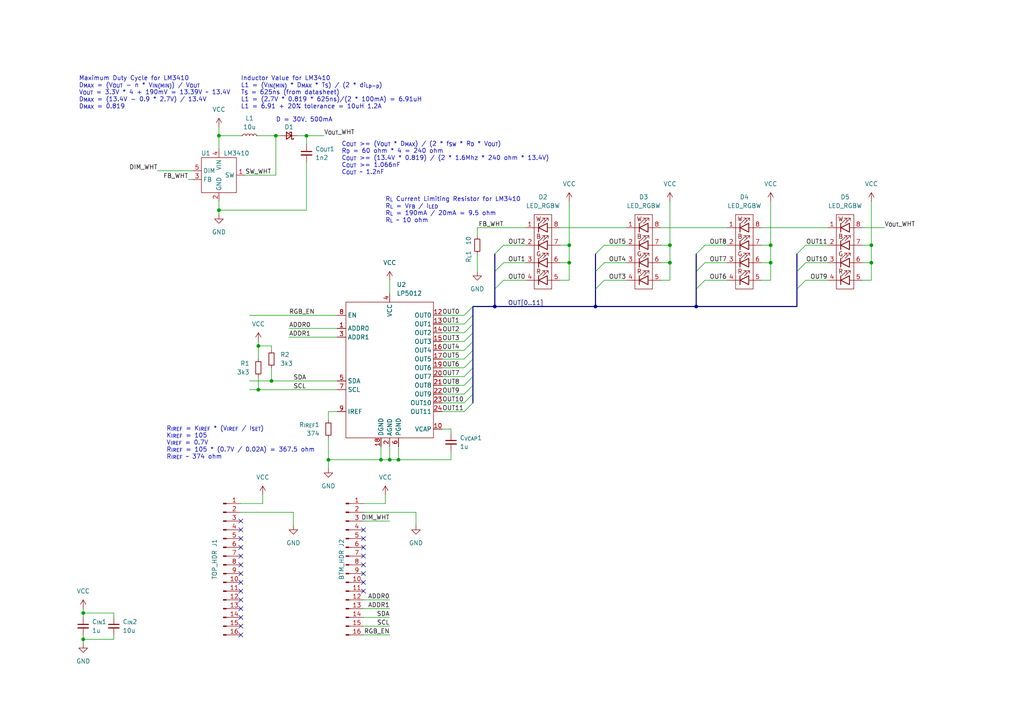
<source format=kicad_sch>
(kicad_sch (version 20211123) (generator eeschema)
  (paper "A4")
  (title_block (title "Sunrise Clock") (date "2023-01-04") (rev "0") (company "Microcode"))
  (lib_symbols
    (symbol "Conn_01x16_Male_1" (pin_names (offset 1.016) hide)
      (property "Reference" "J1" (at -2.54 6.35 90))
      (property "Value" "Conn_01x16_Male_1" (at -2.54 0 90))
      (symbol "Conn_01x16_Male_1_1_1"
        (polyline (pts (xy 1.27 -20.32) (xy 0.8636 -20.32)) (stroke (width 0.1524)))
        (polyline (pts (xy 1.27 -17.78) (xy 0.8636 -17.78)) (stroke (width 0.1524)))
        (polyline (pts (xy 1.27 -15.24) (xy 0.8636 -15.24)) (stroke (width 0.1524)))
        (polyline (pts (xy 1.27 -12.7) (xy 0.8636 -12.7)) (stroke (width 0.1524)))
        (polyline (pts (xy 1.27 -10.16) (xy 0.8636 -10.16)) (stroke (width 0.1524)))
        (polyline (pts (xy 1.27 -7.62) (xy 0.8636 -7.62)) (stroke (width 0.1524)))
        (polyline (pts (xy 1.27 -5.08) (xy 0.8636 -5.08)) (stroke (width 0.1524)))
        (polyline (pts (xy 1.27 -2.54) (xy 0.8636 -2.54)) (stroke (width 0.1524)))
        (polyline (pts (xy 1.27 0) (xy 0.8636 0)) (stroke (width 0.1524)))
        (polyline (pts (xy 1.27 2.54) (xy 0.8636 2.54)) (stroke (width 0.1524)))
        (polyline (pts (xy 1.27 5.08) (xy 0.8636 5.08)) (stroke (width 0.1524)))
        (polyline (pts (xy 1.27 7.62) (xy 0.8636 7.62)) (stroke (width 0.1524)))
        (polyline (pts (xy 1.27 10.16) (xy 0.8636 10.16)) (stroke (width 0.1524)))
        (polyline (pts (xy 1.27 12.7) (xy 0.8636 12.7)) (stroke (width 0.1524)))
        (polyline (pts (xy 1.27 15.24) (xy 0.8636 15.24)) (stroke (width 0.1524)))
        (polyline (pts (xy 1.27 17.78) (xy 0.8636 17.78)) (stroke (width 0.1524)))
        (rectangle (start 0.8636 -20.193) (end 0 -20.447) (stroke (width 0.1524)) (fill (type outline)))
        (rectangle (start 0.8636 -17.653) (end 0 -17.907) (stroke (width 0.1524)) (fill (type outline)))
        (rectangle (start 0.8636 -15.113) (end 0 -15.367) (stroke (width 0.1524)) (fill (type outline)))
        (rectangle (start 0.8636 -12.573) (end 0 -12.827) (stroke (width 0.1524)) (fill (type outline)))
        (rectangle (start 0.8636 -10.033) (end 0 -10.287) (stroke (width 0.1524)) (fill (type outline)))
        (rectangle (start 0.8636 -7.493) (end 0 -7.747) (stroke (width 0.1524)) (fill (type outline)))
        (rectangle (start 0.8636 -4.953) (end 0 -5.207) (stroke (width 0.1524)) (fill (type outline)))
        (rectangle (start 0.8636 -2.413) (end 0 -2.667) (stroke (width 0.1524)) (fill (type outline)))
        (rectangle (start 0.8636 0.127) (end 0 -0.127) (stroke (width 0.1524)) (fill (type outline)))
        (rectangle (start 0.8636 2.667) (end 0 2.413) (stroke (width 0.1524)) (fill (type outline)))
        (rectangle (start 0.8636 5.207) (end 0 4.953) (stroke (width 0.1524)) (fill (type outline)))
        (rectangle (start 0.8636 7.747) (end 0 7.493) (stroke (width 0.1524)) (fill (type outline)))
        (rectangle (start 0.8636 10.287) (end 0 10.033) (stroke (width 0.1524)) (fill (type outline)))
        (rectangle (start 0.8636 12.827) (end 0 12.573) (stroke (width 0.1524)) (fill (type outline)))
        (rectangle (start 0.8636 15.367) (end 0 15.113) (stroke (width 0.1524)) (fill (type outline)))
        (rectangle (start 0.8636 17.907) (end 0 17.653) (stroke (width 0.1524)) (fill (type outline)))
        (pin power_out line (at 5.08 17.78 180) (length 3.81) (name "VCC") (number "1"))
        (pin passive line (at 5.08 -5.08 180) (length 3.81) (name "Pin_10") (number "10"))
        (pin passive line (at 5.08 -7.62 180) (length 3.81) (name "Pin_11") (number "11"))
        (pin passive line (at 5.08 -10.16 180) (length 3.81) (name "Pin_12") (number "12"))
        (pin passive line (at 5.08 -12.7 180) (length 3.81) (name "Pin_13") (number "13"))
        (pin passive line (at 5.08 -15.24 180) (length 3.81) (name "Pin_14") (number "14"))
        (pin passive line (at 5.08 -17.78 180) (length 3.81) (name "Pin_15") (number "15"))
        (pin passive line (at 5.08 -20.32 180) (length 3.81) (name "Pin_16") (number "16"))
        (pin power_out line (at 5.08 15.24 180) (length 3.81) (name "GND") (number "2"))
        (pin passive line (at 5.08 12.7 180) (length 3.81) (name "Pin_3") (number "3"))
        (pin passive line (at 5.08 10.16 180) (length 3.81) (name "Pin_4") (number "4"))
        (pin passive line (at 5.08 7.62 180) (length 3.81) (name "Pin_5") (number "5"))
        (pin passive line (at 5.08 5.08 180) (length 3.81) (name "Pin_6") (number "6"))
        (pin passive line (at 5.08 2.54 180) (length 3.81) (name "Pin_7") (number "7"))
        (pin passive line (at 5.08 0 180) (length 3.81) (name "Pin_8") (number "8"))
        (pin passive line (at 5.08 -2.54 180) (length 3.81) (name "Pin_9") (number "9"))
      )
    )
    (symbol "Connector:Conn_01x16_Male" (pin_names (offset 1.016) hide)
      (property "Reference" "J" (at 0 20.32 0))
      (property "Value" "Conn_01x16_Male" (at 0 -22.86 0))
      (symbol "Conn_01x16_Male_1_1"
        (polyline (pts (xy 1.27 -20.32) (xy 0.8636 -20.32)) (stroke (width 0.1524)))
        (polyline (pts (xy 1.27 -17.78) (xy 0.8636 -17.78)) (stroke (width 0.1524)))
        (polyline (pts (xy 1.27 -15.24) (xy 0.8636 -15.24)) (stroke (width 0.1524)))
        (polyline (pts (xy 1.27 -12.7) (xy 0.8636 -12.7)) (stroke (width 0.1524)))
        (polyline (pts (xy 1.27 -10.16) (xy 0.8636 -10.16)) (stroke (width 0.1524)))
        (polyline (pts (xy 1.27 -7.62) (xy 0.8636 -7.62)) (stroke (width 0.1524)))
        (polyline (pts (xy 1.27 -5.08) (xy 0.8636 -5.08)) (stroke (width 0.1524)))
        (polyline (pts (xy 1.27 -2.54) (xy 0.8636 -2.54)) (stroke (width 0.1524)))
        (polyline (pts (xy 1.27 0) (xy 0.8636 0)) (stroke (width 0.1524)))
        (polyline (pts (xy 1.27 2.54) (xy 0.8636 2.54)) (stroke (width 0.1524)))
        (polyline (pts (xy 1.27 5.08) (xy 0.8636 5.08)) (stroke (width 0.1524)))
        (polyline (pts (xy 1.27 7.62) (xy 0.8636 7.62)) (stroke (width 0.1524)))
        (polyline (pts (xy 1.27 10.16) (xy 0.8636 10.16)) (stroke (width 0.1524)))
        (polyline (pts (xy 1.27 12.7) (xy 0.8636 12.7)) (stroke (width 0.1524)))
        (polyline (pts (xy 1.27 15.24) (xy 0.8636 15.24)) (stroke (width 0.1524)))
        (polyline (pts (xy 1.27 17.78) (xy 0.8636 17.78)) (stroke (width 0.1524)))
        (rectangle (start 0.8636 -20.193) (end 0 -20.447) (stroke (width 0.1524)) (fill (type outline)))
        (rectangle (start 0.8636 -17.653) (end 0 -17.907) (stroke (width 0.1524)) (fill (type outline)))
        (rectangle (start 0.8636 -15.113) (end 0 -15.367) (stroke (width 0.1524)) (fill (type outline)))
        (rectangle (start 0.8636 -12.573) (end 0 -12.827) (stroke (width 0.1524)) (fill (type outline)))
        (rectangle (start 0.8636 -10.033) (end 0 -10.287) (stroke (width 0.1524)) (fill (type outline)))
        (rectangle (start 0.8636 -7.493) (end 0 -7.747) (stroke (width 0.1524)) (fill (type outline)))
        (rectangle (start 0.8636 -4.953) (end 0 -5.207) (stroke (width 0.1524)) (fill (type outline)))
        (rectangle (start 0.8636 -2.413) (end 0 -2.667) (stroke (width 0.1524)) (fill (type outline)))
        (rectangle (start 0.8636 0.127) (end 0 -0.127) (stroke (width 0.1524)) (fill (type outline)))
        (rectangle (start 0.8636 2.667) (end 0 2.413) (stroke (width 0.1524)) (fill (type outline)))
        (rectangle (start 0.8636 5.207) (end 0 4.953) (stroke (width 0.1524)) (fill (type outline)))
        (rectangle (start 0.8636 7.747) (end 0 7.493) (stroke (width 0.1524)) (fill (type outline)))
        (rectangle (start 0.8636 10.287) (end 0 10.033) (stroke (width 0.1524)) (fill (type outline)))
        (rectangle (start 0.8636 12.827) (end 0 12.573) (stroke (width 0.1524)) (fill (type outline)))
        (rectangle (start 0.8636 15.367) (end 0 15.113) (stroke (width 0.1524)) (fill (type outline)))
        (rectangle (start 0.8636 17.907) (end 0 17.653) (stroke (width 0.1524)) (fill (type outline)))
        (pin passive line (at 5.08 17.78 180) (length 3.81) (name "Pin_1") (number "1"))
        (pin passive line (at 5.08 -5.08 180) (length 3.81) (name "Pin_10") (number "10"))
        (pin passive line (at 5.08 -7.62 180) (length 3.81) (name "Pin_11") (number "11"))
        (pin passive line (at 5.08 -10.16 180) (length 3.81) (name "Pin_12") (number "12"))
        (pin passive line (at 5.08 -12.7 180) (length 3.81) (name "Pin_13") (number "13"))
        (pin passive line (at 5.08 -15.24 180) (length 3.81) (name "Pin_14") (number "14"))
        (pin passive line (at 5.08 -17.78 180) (length 3.81) (name "Pin_15") (number "15"))
        (pin passive line (at 5.08 -20.32 180) (length 3.81) (name "Pin_16") (number "16"))
        (pin passive line (at 5.08 15.24 180) (length 3.81) (name "Pin_2") (number "2"))
        (pin passive line (at 5.08 12.7 180) (length 3.81) (name "Pin_3") (number "3"))
        (pin passive line (at 5.08 10.16 180) (length 3.81) (name "Pin_4") (number "4"))
        (pin passive line (at 5.08 7.62 180) (length 3.81) (name "Pin_5") (number "5"))
        (pin passive line (at 5.08 5.08 180) (length 3.81) (name "Pin_6") (number "6"))
        (pin passive line (at 5.08 2.54 180) (length 3.81) (name "Pin_7") (number "7"))
        (pin passive line (at 5.08 0 180) (length 3.81) (name "Pin_8") (number "8"))
        (pin passive line (at 5.08 -2.54 180) (length 3.81) (name "Pin_9") (number "9"))
      )
    )
    (symbol "Device:C_Small" (pin_numbers hide) (pin_names (offset 0.254) hide)
      (property "Reference" "C" (at 0.254 1.778 0))
      (property "Value" "C_Small" (at 0.254 -2.032 0))
      (symbol "C_Small_0_1"
        (polyline (pts (xy -1.524 -0.508) (xy 1.524 -0.508)) (stroke (width 0.3302)))
        (polyline (pts (xy -1.524 0.508) (xy 1.524 0.508)) (stroke (width 0.3048)))
      )
      (symbol "C_Small_1_1"
        (pin passive line (at 0 2.54 270) (length 2.032) (name "~") (number "1"))
        (pin passive line (at 0 -2.54 90) (length 2.032) (name "~") (number "2"))
      )
    )
    (symbol "Device:D_Schottky_Small" (pin_numbers hide) (pin_names (offset 0.254) hide)
      (property "Reference" "D" (at -1.27 2.032 0))
      (property "Value" "D_Schottky_Small" (at -7.112 -2.032 0))
      (symbol "D_Schottky_Small_0_1"
        (polyline (pts (xy -0.762 0) (xy 0.762 0)))
        (polyline (pts (xy 0.762 -1.016) (xy -0.762 0) (xy 0.762 1.016) (xy 0.762 -1.016)) (stroke (width 0.254)))
        (polyline (pts (xy -1.27 0.762) (xy -1.27 1.016) (xy -0.762 1.016) (xy -0.762 -1.016) (xy -0.254 -1.016) (xy -0.254 -0.762)) (stroke (width 0.254)))
      )
      (symbol "D_Schottky_Small_1_1"
        (pin passive line (at -2.54 0 0) (length 1.778) (name "K") (number "1"))
        (pin passive line (at 2.54 0 180) (length 1.778) (name "A") (number "2"))
      )
    )
    (symbol "Device:L_Small" (pin_numbers hide) (pin_names (offset 0.254) hide)
      (property "Reference" "L" (at 0.762 1.016 0))
      (property "Value" "L_Small" (at 0.762 -1.016 0))
      (symbol "L_Small_0_1"
        (arc (start 0 -2.032) (mid 0.508 -1.524) (end 0 -1.016))
        (arc (start 0 -1.016) (mid 0.508 -0.508) (end 0 0))
        (arc (start 0 0) (mid 0.508 0.508) (end 0 1.016))
        (arc (start 0 1.016) (mid 0.508 1.524) (end 0 2.032))
      )
      (symbol "L_Small_1_1"
        (pin passive line (at 0 2.54 270) (length 0.508) (name "~") (number "1"))
        (pin passive line (at 0 -2.54 90) (length 0.508) (name "~") (number "2"))
      )
    )
    (symbol "Device:R_Small" (pin_numbers hide) (pin_names (offset 0.254) hide)
      (property "Reference" "R" (at 0.762 0.508 0))
      (property "Value" "R_Small" (at 0.762 -1.016 0))
      (symbol "R_Small_0_1"
        (rectangle (start -0.762 1.778) (end 0.762 -1.778) (stroke (width 0.2032)))
      )
      (symbol "R_Small_1_1"
        (pin passive line (at 0 2.54 270) (length 0.762) (name "~") (number "1"))
        (pin passive line (at 0 -2.54 90) (length 0.762) (name "~") (number "2"))
      )
    )
    (symbol "custom:LED_RGBW"
      (property "Reference" "D" (at 12.7 24.13 0))
      (property "Value" "LED_RGBW" (at 19.05 20.32 0))
      (symbol "LED_RGBW_0_0"
        (text "B" (at -1.27 5.08 0) (effects (font (size 1.27 1.27))))
        (text "G" (at -1.27 0 0) (effects (font (size 1.27 1.27))))
        (text "R" (at -1.27 -5.08 0) (effects (font (size 1.27 1.27))))
        (text "W" (at -1.27 10.16 0) (effects (font (size 1.27 1.27))))
        (pin passive line (at -5.08 7.62 0) (length 2.54) (name "") (number "1"))
        (pin passive line (at -5.08 2.54 0) (length 2.54) (name "") (number "2"))
        (pin passive line (at -5.08 -2.54 0) (length 2.54) (name "") (number "3"))
        (pin passive line (at -5.08 -7.62 0) (length 2.54) (name "") (number "4"))
        (pin passive line (at 5.08 -7.62 180) (length 2.54) (name "") (number "5"))
        (pin passive line (at 5.08 -2.54 180) (length 2.54) (name "") (number "6"))
        (pin passive line (at 5.08 2.54 180) (length 2.54) (name "") (number "7"))
        (pin passive line (at 5.08 7.62 180) (length 2.54) (name "") (number "8"))
      )
      (symbol "LED_RGBW_0_1"
        (rectangle (start -2.54 11.43) (end 2.54 -10.16))
        (polyline (pts (xy -1.27 -7.62) (xy -2.54 -7.62)))
        (polyline (pts (xy -1.27 -6.35) (xy -1.27 -8.89)) (stroke (width 0.254)))
        (polyline (pts (xy -1.27 -2.54) (xy -2.54 -2.54)))
        (polyline (pts (xy -1.27 -1.27) (xy -1.27 -3.81)) (stroke (width 0.254)))
        (polyline (pts (xy -1.27 2.54) (xy -2.54 2.54)))
        (polyline (pts (xy -1.27 3.81) (xy -1.27 1.27)) (stroke (width 0.254)))
        (polyline (pts (xy -1.27 7.62) (xy -2.54 7.62)))
        (polyline (pts (xy -1.27 8.89) (xy -1.27 6.35)) (stroke (width 0.254)))
        (polyline (pts (xy 2.54 -7.62) (xy 1.27 -7.62)))
        (polyline (pts (xy 2.54 -2.54) (xy 1.27 -2.54)))
        (polyline (pts (xy 2.54 2.54) (xy 1.27 2.54)))
        (polyline (pts (xy 2.54 7.62) (xy 1.27 7.62)))
        (polyline (pts (xy 1.27 -6.35) (xy 1.27 -8.89) (xy -1.27 -7.62) (xy 1.27 -6.35)) (stroke (width 0.254)))
        (polyline (pts (xy 1.27 -1.27) (xy 1.27 -3.81) (xy -1.27 -2.54) (xy 1.27 -1.27)) (stroke (width 0.254)))
        (polyline (pts (xy 1.27 3.81) (xy 1.27 1.27) (xy -1.27 2.54) (xy 1.27 3.81)) (stroke (width 0.254)))
        (polyline (pts (xy 1.27 8.89) (xy 1.27 6.35) (xy -1.27 7.62) (xy 1.27 8.89)) (stroke (width 0.254)))
        (polyline (pts (xy -1.016 -6.35) (xy 0.508 -4.826) (xy -0.254 -4.826) (xy 0.508 -4.826) (xy 0.508 -5.588)))
        (polyline (pts (xy -1.016 -1.27) (xy 0.508 0.254) (xy -0.254 0.254) (xy 0.508 0.254) (xy 0.508 -0.508)))
        (polyline (pts (xy -1.016 3.81) (xy 0.508 5.334) (xy -0.254 5.334) (xy 0.508 5.334) (xy 0.508 4.572)))
        (polyline (pts (xy -1.016 8.89) (xy 0.508 10.414) (xy -0.254 10.414) (xy 0.508 10.414) (xy 0.508 9.652)))
        (polyline (pts (xy 0 -6.35) (xy 1.524 -4.826) (xy 0.762 -4.826) (xy 1.524 -4.826) (xy 1.524 -5.588)))
        (polyline (pts (xy 0 -1.27) (xy 1.524 0.254) (xy 0.762 0.254) (xy 1.524 0.254) (xy 1.524 -0.508)))
        (polyline (pts (xy 0 3.81) (xy 1.524 5.334) (xy 0.762 5.334) (xy 1.524 5.334) (xy 1.524 4.572)))
        (polyline (pts (xy 0 8.89) (xy 1.524 10.414) (xy 0.762 10.414) (xy 1.524 10.414) (xy 1.524 9.652)))
      )
    )
    (symbol "custom:LM3410"
      (property "Reference" "U" (at -5.08 6.35 0))
      (property "Value" "LM3410" (at 5.08 6.35 0))
      (symbol "LM3410_0_0"
        (rectangle (start -5.08 5.08) (end 5.08 -5.08))
        (pin output line (at 7.62 0 180) (length 2.54) (name "SW") (number "1"))
        (pin passive line (at 0 -7.62 90) (length 2.54) (name "GND") (number "2"))
        (pin input line (at -7.62 -1.27 0) (length 2.54) (name "FB") (number "3"))
        (pin input line (at 0 7.62 270) (length 2.54) (name "VIN") (number "4"))
        (pin input line (at -7.62 1.27 0) (length 2.54) (name "DIM") (number "5"))
      )
    )
    (symbol "custom:LP5012"
      (property "Reference" "U" (at -11.43 21.59 0))
      (property "Value" "LP5012" (at 8.89 21.59 0))
      (symbol "LP5012_0_0"
        (pin input line (at -15.24 12.7 0) (length 2.54) (name "ADDR0") (number "1"))
        (pin output line (at 15.24 -16.51 180) (length 2.54) (name "VCAP") (number "10"))
        (pin no_connect non_logic (at -15.24 3.81 0) (length 2.54) hide (name "NC") (number "11"))
        (pin output line (at 15.24 16.51 180) (length 2.54) (name "OUT0") (number "12"))
        (pin output line (at 15.24 13.97 180) (length 2.54) (name "OUT1") (number "13"))
        (pin output line (at 15.24 11.43 180) (length 2.54) (name "OUT2") (number "14"))
        (pin output line (at 15.24 8.89 180) (length 2.54) (name "OUT3") (number "15"))
        (pin output line (at 15.24 6.35 180) (length 2.54) (name "OUT4") (number "16"))
        (pin output line (at 15.24 3.81 180) (length 2.54) (name "OUT5") (number "17"))
        (pin passive line (at -2.54 -21.59 90) (length 2.54) (name "DGND") (number "18"))
        (pin output line (at 15.24 1.27 180) (length 2.54) (name "OUT6") (number "19"))
        (pin passive line (at 0 -21.59 90) (length 2.54) (name "AGND") (number "2"))
        (pin output line (at 15.24 -1.27 180) (length 2.54) (name "OUT7") (number "20"))
        (pin output line (at 15.24 -3.81 180) (length 2.54) (name "OUT8") (number "21"))
        (pin output line (at 15.24 -6.35 180) (length 2.54) (name "OUT9") (number "22"))
        (pin output line (at 15.24 -8.89 180) (length 2.54) (name "OUT10") (number "23"))
        (pin output line (at 15.24 -11.43 180) (length 2.54) (name "OUT11") (number "24"))
        (pin input line (at -15.24 10.16 0) (length 2.54) (name "ADDR1") (number "3"))
        (pin passive line (at 0 22.86 270) (length 2.54) (name "VCC") (number "4"))
        (pin bidirectional line (at -15.24 -2.54 0) (length 2.54) (name "SDA") (number "5"))
        (pin passive line (at 2.54 -21.59 90) (length 2.54) (name "PGND") (number "6"))
        (pin input line (at -15.24 -5.08 0) (length 2.54) (name "SCL") (number "7"))
        (pin input line (at -15.24 16.51 0) (length 2.54) (name "EN") (number "8"))
        (pin passive line (at -15.24 -11.43 0) (length 2.54) (name "IREF") (number "9"))
      )
      (symbol "LP5012_0_1"
        (rectangle (start -12.7 20.32) (end 12.7 -19.05))
      )
    )
    (symbol "power:GND" (power) (pin_names (offset 0))
      (property "Value" "GND" (at 0 -3.81 0))
      (symbol "GND_0_1"
        (polyline (pts (xy 0 0) (xy 0 -1.27) (xy 1.27 -1.27) (xy 0 -2.54) (xy -1.27 -1.27) (xy 0 -1.27)))
      )
      (symbol "GND_1_1"
        (pin power_in line (at 0 0 270) (length 0) hide (name "GND") (number "1"))
      )
    )
    (symbol "power:VCC" (power) (pin_names (offset 0))
      (property "Value" "VCC" (at 0 3.81 0))
      (symbol "VCC_0_1"
        (polyline (pts (xy -0.762 1.27) (xy 0 2.54)))
        (polyline (pts (xy 0 0) (xy 0 2.54)))
        (polyline (pts (xy 0 2.54) (xy 0.762 1.27)))
      )
      (symbol "VCC_1_1"
        (pin power_in line (at 0 0 90) (length 0) hide (name "VCC") (number "1"))
      )
    )
  )
  (junction (at 110.49 133.35))
  (junction (at 24.13 177.8))
  (junction (at 194.31 71.12))
  (junction (at 194.31 76.2))
  (junction (at 252.73 76.2))
  (junction (at 80.01 39.37))
  (junction (at 78.74 110.49))
  (junction (at 223.52 71.12))
  (junction (at 63.5 39.37))
  (junction (at 74.93 113.03))
  (junction (at 95.25 133.35))
  (junction (at 165.1 71.12))
  (junction (at 63.5 60.96))
  (junction (at 74.93 100.33))
  (junction (at 223.52 76.2))
  (junction (at 201.93 88.9))
  (junction (at 113.03 133.35))
  (junction (at 24.13 185.42))
  (junction (at 165.1 76.2))
  (junction (at 143.51 88.9))
  (junction (at 115.57 133.35))
  (junction (at 172.72 88.9))
  (junction (at 252.73 71.12))
  (junction (at 88.9 39.37))
  (no_connect (at 105.41 158.75))
  (no_connect (at 105.41 171.45))
  (no_connect (at 105.41 168.91))
  (no_connect (at 105.41 161.29))
  (no_connect (at 69.85 163.83))
  (no_connect (at 69.85 161.29))
  (no_connect (at 105.41 153.67))
  (no_connect (at 69.85 181.61))
  (no_connect (at 69.85 176.53))
  (no_connect (at 105.41 156.21))
  (no_connect (at 69.85 168.91))
  (no_connect (at 69.85 166.37))
  (no_connect (at 69.85 173.99))
  (no_connect (at 69.85 153.67))
  (no_connect (at 105.41 163.83))
  (no_connect (at 69.85 151.13))
  (no_connect (at 69.85 156.21))
  (no_connect (at 69.85 158.75))
  (no_connect (at 69.85 184.15))
  (no_connect (at 69.85 179.07))
  (no_connect (at 105.41 166.37))
  (no_connect (at 69.85 171.45))
  (bus_entry (at 134.62 116.84) (size 2.54 -2.54))
  (bus_entry (at 134.62 114.3) (size 2.54 -2.54))
  (bus_entry (at 233.68 71.12) (size -2.54 2.54))
  (bus_entry (at 134.62 99.06) (size 2.54 -2.54))
  (bus_entry (at 175.26 76.2) (size -2.54 2.54))
  (bus_entry (at 175.26 71.12) (size -2.54 2.54))
  (bus_entry (at 204.47 76.2) (size -2.54 2.54))
  (bus_entry (at 233.68 76.2) (size -2.54 2.54))
  (bus_entry (at 134.62 106.68) (size 2.54 -2.54))
  (bus_entry (at 175.26 81.28) (size -2.54 2.54))
  (bus_entry (at 134.62 93.98) (size 2.54 -2.54))
  (bus_entry (at 134.62 104.14) (size 2.54 -2.54))
  (bus_entry (at 134.62 96.52) (size 2.54 -2.54))
  (bus_entry (at 204.47 71.12) (size -2.54 2.54))
  (bus_entry (at 134.62 91.44) (size 2.54 -2.54))
  (bus_entry (at 146.05 71.12) (size -2.54 2.54))
  (bus_entry (at 146.05 76.2) (size -2.54 2.54))
  (bus_entry (at 134.62 119.38) (size 2.54 -2.54))
  (bus_entry (at 134.62 101.6) (size 2.54 -2.54))
  (bus_entry (at 134.62 111.76) (size 2.54 -2.54))
  (bus_entry (at 134.62 109.22) (size 2.54 -2.54))
  (bus_entry (at 233.68 81.28) (size -2.54 2.54))
  (bus_entry (at 146.05 81.28) (size -2.54 2.54))
  (bus_entry (at 204.47 81.28) (size -2.54 2.54))
  (wire (pts (xy 113.03 133.35) (xy 110.49 133.35)))
  (wire (pts (xy 194.31 58.42) (xy 194.31 71.12)))
  (wire (pts (xy 115.57 133.35) (xy 113.03 133.35)))
  (wire (pts (xy 128.27 114.3) (xy 134.62 114.3)))
  (wire (pts (xy 210.82 81.28) (xy 204.47 81.28)))
  (bus (pts (xy 143.51 88.9) (xy 172.72 88.9)))
  (wire (pts (xy 33.02 177.8) (xy 33.02 179.07)))
  (wire (pts (xy 110.49 133.35) (xy 95.25 133.35)))
  (wire (pts (xy 220.98 81.28) (xy 223.52 81.28)))
  (wire (pts (xy 78.74 106.68) (xy 78.74 110.49)))
  (wire (pts (xy 97.79 119.38) (xy 95.25 119.38)))
  (wire (pts (xy 113.03 81.28) (xy 113.03 85.09)))
  (wire (pts (xy 88.9 39.37) (xy 88.9 41.91)))
  (wire (pts (xy 113.03 129.54) (xy 113.03 133.35)))
  (bus (pts (xy 143.51 83.82) (xy 143.51 88.9)))
  (wire (pts (xy 88.9 39.37) (xy 93.98 39.37)))
  (wire (pts (xy 191.77 76.2) (xy 194.31 76.2)))
  (wire (pts (xy 165.1 58.42) (xy 165.1 71.12)))
  (wire (pts (xy 71.12 50.8) (xy 80.01 50.8)))
  (wire (pts (xy 72.39 110.49) (xy 78.74 110.49)))
  (wire (pts (xy 69.85 148.59) (xy 85.09 148.59)))
  (wire (pts (xy 105.41 179.07) (xy 113.03 179.07)))
  (wire (pts (xy 63.5 39.37) (xy 69.85 39.37)))
  (wire (pts (xy 24.13 184.15) (xy 24.13 185.42)))
  (wire (pts (xy 128.27 124.46) (xy 130.81 124.46)))
  (bus (pts (xy 172.72 88.9) (xy 201.93 88.9)))
  (wire (pts (xy 72.39 91.44) (xy 97.79 91.44)))
  (wire (pts (xy 252.73 58.42) (xy 252.73 71.12)))
  (bus (pts (xy 201.93 78.74) (xy 201.93 83.82)))
  (bus (pts (xy 137.16 109.22) (xy 137.16 106.68)))
  (bus (pts (xy 201.93 73.66) (xy 201.93 78.74)))
  (wire (pts (xy 240.03 71.12) (xy 233.68 71.12)))
  (wire (pts (xy 78.74 100.33) (xy 74.93 100.33)))
  (wire (pts (xy 194.31 71.12) (xy 194.31 76.2)))
  (bus (pts (xy 137.16 111.76) (xy 137.16 109.22)))
  (wire (pts (xy 105.41 181.61) (xy 113.03 181.61)))
  (wire (pts (xy 74.93 109.22) (xy 74.93 113.03)))
  (wire (pts (xy 223.52 71.12) (xy 223.52 76.2)))
  (wire (pts (xy 74.93 100.33) (xy 74.93 104.14)))
  (wire (pts (xy 63.5 60.96) (xy 63.5 62.23)))
  (wire (pts (xy 95.25 133.35) (xy 95.25 135.89)))
  (wire (pts (xy 181.61 81.28) (xy 175.26 81.28)))
  (wire (pts (xy 152.4 81.28) (xy 146.05 81.28)))
  (bus (pts (xy 137.16 88.9) (xy 143.51 88.9)))
  (bus (pts (xy 231.14 78.74) (xy 231.14 83.82)))
  (wire (pts (xy 95.25 119.38) (xy 95.25 121.92)))
  (wire (pts (xy 78.74 110.49) (xy 97.79 110.49)))
  (wire (pts (xy 250.19 66.04) (xy 256.54 66.04)))
  (wire (pts (xy 105.41 173.99) (xy 113.03 173.99)))
  (bus (pts (xy 137.16 114.3) (xy 137.16 111.76)))
  (wire (pts (xy 181.61 71.12) (xy 175.26 71.12)))
  (wire (pts (xy 240.03 76.2) (xy 233.68 76.2)))
  (bus (pts (xy 137.16 96.52) (xy 137.16 93.98)))
  (wire (pts (xy 250.19 76.2) (xy 252.73 76.2)))
  (wire (pts (xy 220.98 66.04) (xy 240.03 66.04)))
  (wire (pts (xy 105.41 146.05) (xy 111.76 146.05)))
  (wire (pts (xy 240.03 81.28) (xy 233.68 81.28)))
  (wire (pts (xy 210.82 76.2) (xy 204.47 76.2)))
  (wire (pts (xy 105.41 184.15) (xy 113.03 184.15)))
  (wire (pts (xy 252.73 71.12) (xy 252.73 76.2)))
  (bus (pts (xy 137.16 91.44) (xy 137.16 88.9)))
  (bus (pts (xy 143.51 73.66) (xy 143.51 78.74)))
  (wire (pts (xy 152.4 71.12) (xy 146.05 71.12)))
  (wire (pts (xy 88.9 60.96) (xy 63.5 60.96)))
  (wire (pts (xy 128.27 93.98) (xy 134.62 93.98)))
  (wire (pts (xy 252.73 76.2) (xy 252.73 81.28)))
  (wire (pts (xy 128.27 106.68) (xy 134.62 106.68)))
  (wire (pts (xy 24.13 177.8) (xy 24.13 179.07)))
  (wire (pts (xy 220.98 76.2) (xy 223.52 76.2)))
  (wire (pts (xy 165.1 76.2) (xy 165.1 81.28)))
  (wire (pts (xy 72.39 113.03) (xy 74.93 113.03)))
  (wire (pts (xy 24.13 185.42) (xy 33.02 185.42)))
  (bus (pts (xy 143.51 78.74) (xy 143.51 83.82)))
  (bus (pts (xy 172.72 83.82) (xy 172.72 88.9)))
  (wire (pts (xy 210.82 71.12) (xy 204.47 71.12)))
  (wire (pts (xy 162.56 71.12) (xy 165.1 71.12)))
  (wire (pts (xy 45.72 49.53) (xy 55.88 49.53)))
  (wire (pts (xy 115.57 129.54) (xy 115.57 133.35)))
  (wire (pts (xy 250.19 81.28) (xy 252.73 81.28)))
  (wire (pts (xy 128.27 104.14) (xy 134.62 104.14)))
  (wire (pts (xy 78.74 101.6) (xy 78.74 100.33)))
  (wire (pts (xy 110.49 129.54) (xy 110.49 133.35)))
  (wire (pts (xy 69.85 146.05) (xy 76.2 146.05)))
  (wire (pts (xy 111.76 143.51) (xy 111.76 146.05)))
  (bus (pts (xy 137.16 93.98) (xy 137.16 91.44)))
  (wire (pts (xy 223.52 58.42) (xy 223.52 71.12)))
  (wire (pts (xy 162.56 81.28) (xy 165.1 81.28)))
  (wire (pts (xy 120.65 148.59) (xy 120.65 152.4)))
  (wire (pts (xy 33.02 184.15) (xy 33.02 185.42)))
  (wire (pts (xy 138.43 68.58) (xy 138.43 66.04)))
  (bus (pts (xy 137.16 104.14) (xy 137.16 101.6)))
  (wire (pts (xy 24.13 185.42) (xy 24.13 186.69)))
  (wire (pts (xy 105.41 176.53) (xy 113.03 176.53)))
  (wire (pts (xy 250.19 71.12) (xy 252.73 71.12)))
  (bus (pts (xy 137.16 101.6) (xy 137.16 99.06)))
  (wire (pts (xy 138.43 66.04) (xy 152.4 66.04)))
  (wire (pts (xy 80.01 39.37) (xy 81.28 39.37)))
  (wire (pts (xy 128.27 101.6) (xy 134.62 101.6)))
  (wire (pts (xy 128.27 109.22) (xy 134.62 109.22)))
  (wire (pts (xy 88.9 46.99) (xy 88.9 60.96)))
  (wire (pts (xy 86.36 39.37) (xy 88.9 39.37)))
  (wire (pts (xy 138.43 73.66) (xy 138.43 78.74)))
  (wire (pts (xy 63.5 36.83) (xy 63.5 39.37)))
  (wire (pts (xy 85.09 148.59) (xy 85.09 152.4)))
  (bus (pts (xy 137.16 106.68) (xy 137.16 104.14)))
  (wire (pts (xy 74.93 99.06) (xy 74.93 100.33)))
  (wire (pts (xy 162.56 76.2) (xy 165.1 76.2)))
  (wire (pts (xy 74.93 113.03) (xy 97.79 113.03)))
  (wire (pts (xy 24.13 177.8) (xy 33.02 177.8)))
  (wire (pts (xy 191.77 71.12) (xy 194.31 71.12)))
  (wire (pts (xy 80.01 50.8) (xy 80.01 39.37)))
  (wire (pts (xy 83.82 95.25) (xy 97.79 95.25)))
  (wire (pts (xy 128.27 99.06) (xy 134.62 99.06)))
  (wire (pts (xy 74.93 39.37) (xy 80.01 39.37)))
  (wire (pts (xy 63.5 58.42) (xy 63.5 60.96)))
  (bus (pts (xy 231.14 83.82) (xy 231.14 88.9)))
  (wire (pts (xy 128.27 96.52) (xy 134.62 96.52)))
  (wire (pts (xy 191.77 81.28) (xy 194.31 81.28)))
  (wire (pts (xy 128.27 91.44) (xy 134.62 91.44)))
  (bus (pts (xy 172.72 78.74) (xy 172.72 83.82)))
  (bus (pts (xy 137.16 99.06) (xy 137.16 96.52)))
  (bus (pts (xy 201.93 88.9) (xy 231.14 88.9)))
  (wire (pts (xy 130.81 124.46) (xy 130.81 125.73)))
  (bus (pts (xy 201.93 83.82) (xy 201.93 88.9)))
  (wire (pts (xy 181.61 76.2) (xy 175.26 76.2)))
  (wire (pts (xy 194.31 76.2) (xy 194.31 81.28)))
  (wire (pts (xy 76.2 146.05) (xy 76.2 143.51)))
  (wire (pts (xy 130.81 130.81) (xy 130.81 133.35)))
  (wire (pts (xy 105.41 151.13) (xy 113.03 151.13)))
  (wire (pts (xy 83.82 97.79) (xy 97.79 97.79)))
  (wire (pts (xy 128.27 119.38) (xy 134.62 119.38)))
  (wire (pts (xy 95.25 133.35) (xy 95.25 127)))
  (wire (pts (xy 223.52 76.2) (xy 223.52 81.28)))
  (wire (pts (xy 152.4 76.2) (xy 146.05 76.2)))
  (wire (pts (xy 128.27 116.84) (xy 134.62 116.84)))
  (bus (pts (xy 172.72 73.66) (xy 172.72 78.74)))
  (wire (pts (xy 105.41 148.59) (xy 120.65 148.59)))
  (wire (pts (xy 130.81 133.35) (xy 115.57 133.35)))
  (wire (pts (xy 220.98 71.12) (xy 223.52 71.12)))
  (bus (pts (xy 137.16 116.84) (xy 137.16 114.3)))
  (wire (pts (xy 191.77 66.04) (xy 210.82 66.04)))
  (wire (pts (xy 63.5 39.37) (xy 63.5 43.18)))
  (wire (pts (xy 128.27 111.76) (xy 134.62 111.76)))
  (wire (pts (xy 165.1 71.12) (xy 165.1 76.2)))
  (wire (pts (xy 162.56 66.04) (xy 181.61 66.04)))
  (wire (pts (xy 54.61 52.07) (xy 55.88 52.07)))
  (wire (pts (xy 24.13 176.53) (xy 24.13 177.8)))
  (bus (pts (xy 231.14 73.66) (xy 231.14 78.74)))
  (text "R_{L} Current Limiting Resistor for LM3410\nR_{L} = V_{FB} / I_{LED}\nR_{L} = 190mA / 20mA = 9.5 ohm\nR_{L} ~ 10 ohm" (at 111.76 64.77 0) (effects (font (size 1.27 1.27)) (justify left bottom)))
  (text "C_{OUT} >= (V_{OUT} * D_{MAX}) / (2 * f_{SW} * R_{D} * V_{OUT})\nR_{D} = 60 ohm * 4 = 240 ohm\nC_{OUT} >= (13.4V * 0.819) / (2 * 1.6Mhz * 240 ohm * 13.4V)\nC_{OUT} >= 1.066nF\nC_{OUT} ~ 1.2nF" (at 99.06 50.8 0) (effects (font (size 1.27 1.27)) (justify left bottom)))
  (text "R_{IREF} = K_{IREF} * (V_{IREF} / I_{SET})\nK_{IREF} = 105\nV_{IREF} = 0.7V\nR_{IREF} = 105 * (0.7V / 0.02A) = 367.5 ohm\nR_{IREF} ~ 374 ohm" (at 48.26 133.35 0) (effects (font (size 1.27 1.27)) (justify left bottom)))
  (text "Inductor Value for LM3410\nL1 = (V_{IN(MIN)} * D_{MAX} * T_{S}) / (2 * di_{Lp-p})\nT_{S} = 625ns (from datasheet)\nL1 = (2.7V * 0.819 * 625ns)/(2 * 100mA) = 6.91uH\nL1 = 6.91 + 20% tolerance = 10uH 1.2A" (at 69.85 31.75 0) (effects (font (size 1.27 1.27)) (justify left bottom)))
  (text "Maximum Duty Cycle for LM3410\nD_{MAX} = (V_{OUT} - n * V_{IN(MIN)}) / V_{OUT}\nV_{OUT} = 3.3V * 4 + 190mV = 13.39V ~ 13.4V\nD_{MAX} = (13.4V - 0.9 * 2.7V) / 13.4V\nD_{MAX} = 0.819" (at 22.86 31.75 0) (effects (font (size 1.27 1.27)) (justify left bottom)))
  (text "D = 30V, 500mA" (at 80.01 35.56 0) (effects (font (size 1.27 1.27)) (justify left bottom)))
  (label "DIM_WHT" (at 45.72 49.53 180))
  (label "OUT2" (at 152.4 71.12 180))
  (label "OUT10" (at 240.03 76.2 180))
  (label "SDA" (at 85.09 110.49 0))
  (label "OUT11" (at 240.03 71.12 180))
  (label "OUT3" (at 181.61 81.28 180))
  (label "OUT0" (at 152.4 81.28 180))
  (label "V_{OUT}_WHT" (at 93.98 39.37 0))
  (label "ADDR0" (at 113.03 173.99 180))
  (label "OUT4" (at 181.61 76.2 180))
  (label "OUT8" (at 210.82 71.12 180))
  (label "DIM_WHT" (at 113.03 151.13 180))
  (label "FB_WHT" (at 146.05 66.04 180))
  (label "OUT1" (at 152.4 76.2 180))
  (label "OUT7" (at 210.82 76.2 180))
  (label "OUT4" (at 128.27 101.6 0))
  (label "SDA" (at 113.03 179.07 180))
  (label "OUT5" (at 128.27 104.14 0))
  (label "OUT5" (at 181.61 71.12 180))
  (label "SW_WHT" (at 71.12 50.8 0))
  (label "OUT10" (at 128.27 116.84 0))
  (label "OUT[0..11]" (at 147.32 88.9 0))
  (label "OUT6" (at 210.82 81.28 180))
  (label "OUT1" (at 128.27 93.98 0))
  (label "OUT11" (at 128.27 119.38 0))
  (label "V_{OUT}_WHT" (at 256.54 66.04 0))
  (label "ADDR0" (at 83.82 95.25 0))
  (label "ADDR1" (at 113.03 176.53 180))
  (label "ADDR1" (at 83.82 97.79 0))
  (label "OUT7" (at 128.27 109.22 0))
  (label "OUT8" (at 128.27 111.76 0))
  (label "OUT9" (at 240.03 81.28 180))
  (label "FB_WHT" (at 54.61 52.07 180))
  (label "RGB_EN" (at 113.03 184.15 180))
  (label "OUT3" (at 128.27 99.06 0))
  (label "OUT0" (at 128.27 91.44 0))
  (label "OUT6" (at 128.27 106.68 0))
  (label "OUT9" (at 128.27 114.3 0))
  (label "OUT2" (at 128.27 96.52 0))
  (label "SCL" (at 85.09 113.03 0))
  (label "SCL" (at 113.03 181.61 180))
  (label "RGB_EN" (at 83.82 91.44 0))
  (symbol (lib_id "custom:LED_RGBW") (at 215.9 73.66 0) (unit 1)
    (property "Reference" "D4" (at 215.9 57.15 0))
    (property "Value" "LED_RGBW" (at 215.9 59.69 0))
    (property "Footprint" "sunrise:LED_RBGW_PLCC-8" (effects hide))
    (property "Datasheet" "https://www.qt-brightek.com/datasheet/QBLP679-RGBXW.pdf" (effects hide))
  )
  (symbol (lib_id "power:VCC") (at 74.93 99.06 0) (unit 1)
    (property "Reference" "#PWR0102" (effects hide))
    (property "Value" "VCC" (at 74.93 93.98 0))
  )
  (symbol (lib_id "Device:C_Small") (at 88.9 44.45 0) (unit 1)
    (property "Reference" "C_{OUT}1" (at 91.44 43.1862 0) (effects (justify left)))
    (property "Value" "1n2" (at 91.44 45.7262 0) (effects (justify left)))
    (property "Footprint" "Capacitor_SMD:C_1206_3216Metric" (effects hide))
  )
  (symbol (lib_name "Conn_01x16_Male_1") (lib_id "Connector:Conn_01x16_Male") (at 64.77 163.83 0) (unit 1) (in_bom no)
    (property "Reference" "J1" (at 62.23 157.48 90))
    (property "Value" "TOP_HDR" (at 62.23 163.83 90))
    (property "Footprint" "Connector_PinHeader_2.54mm:PinHeader_1x16_P2.54mm_Vertical" (effects hide))
  )
  (symbol (lib_id "power:VCC") (at 63.5 36.83 0) (unit 1)
    (property "Reference" "#PWR0108" (effects hide))
    (property "Value" "VCC" (at 63.5 31.75 0))
  )
  (symbol (lib_id "power:GND") (at 120.65 152.4 0) (unit 1)
    (property "Reference" "#PWR0115" (effects hide))
    (property "Value" "GND" (at 120.65 157.48 0))
  )
  (symbol (lib_id "power:GND") (at 63.5 62.23 0) (unit 1)
    (property "Reference" "#PWR0107" (effects hide))
    (property "Value" "GND" (at 63.5 67.31 0))
  )
  (symbol (lib_id "power:VCC") (at 76.2 143.51 0) (unit 1)
    (property "Reference" "#PWR0114" (effects hide))
    (property "Value" "VCC" (at 76.2 138.43 0))
  )
  (symbol (lib_id "custom:LP5012") (at 113.03 107.95 0) (unit 1)
    (property "Reference" "U2" (at 115.0494 82.55 0) (effects (justify left)))
    (property "Value" "LP5012" (at 115.0494 85.09 0) (effects (justify left)))
    (property "Footprint" "Package_SO:TSSOP-24_4.4x7.8mm_P0.65mm" (effects hide))
    (property "Datasheet" "https://www.ti.com/lit/ds/symlink/lp5009.pdf" (effects hide))
  )
  (symbol (lib_id "power:VCC") (at 24.13 176.53 0) (unit 1)
    (property "Reference" "#PWR0105" (effects hide))
    (property "Value" "VCC" (at 24.13 171.45 0))
  )
  (symbol (lib_id "custom:LED_RGBW") (at 157.48 73.66 0) (unit 1)
    (property "Reference" "D2" (at 157.48 57.15 0))
    (property "Value" "LED_RGBW" (at 157.48 59.69 0))
    (property "Footprint" "sunrise:LED_RBGW_PLCC-8" (effects hide))
    (property "Datasheet" "https://www.qt-brightek.com/datasheet/QBLP679-RGBXW.pdf" (effects hide))
  )
  (symbol (lib_id "custom:LM3410") (at 63.5 50.8 0) (unit 1)
    (property "Reference" "U1" (at 59.69 44.45 0))
    (property "Value" "LM3410" (at 68.58 44.45 0))
    (property "Footprint" "Package_TO_SOT_SMD:SOT-23-5" (effects hide))
    (property "Datasheet" "https://www.ti.com/lit/ds/symlink/lm3410.pdf?HQS=dis-dk-null-digikeymode-dsf-pf-null-wwe&ts=1672844280832&ref_url=https%253A%252F%252Fwww.ti.com%252Fgeneral%252Fdocs%252Fsuppproductinfo.tsp%253FdistId%253D10%2526gotoUrl%253Dhttps%253A%252F%252Fwww.ti.com%252Flit%252Fgpn%252Flm3410" (effects hide))
  )
  (symbol (lib_id "power:VCC") (at 113.03 81.28 0) (unit 1)
    (property "Reference" "#PWR0106" (effects hide))
    (property "Value" "VCC" (at 113.03 76.2 0))
  )
  (symbol (lib_id "Device:R_Small") (at 78.74 104.14 0) (mirror y) (unit 1) (in_bom no) (on_board no)
    (property "Reference" "R2" (at 81.28 102.8699 0) (effects (justify right)))
    (property "Value" "3k3" (at 81.28 105.4099 0) (effects (justify right)))
    (property "Footprint" "Resistor_SMD:R_0603_1608Metric" (effects hide))
  )
  (symbol (lib_id "power:VCC") (at 111.76 143.51 0) (unit 1)
    (property "Reference" "#PWR0116" (effects hide))
    (property "Value" "VCC" (at 111.76 138.43 0))
  )
  (symbol (lib_id "Device:C_Small") (at 130.81 128.27 0) (unit 1)
    (property "Reference" "C_{VCAP}1" (at 133.35 127.0062 0) (effects (justify left)))
    (property "Value" "1u" (at 133.35 129.5462 0) (effects (justify left)))
    (property "Footprint" "Capacitor_SMD:C_0603_1608Metric" (effects hide))
  )
  (symbol (lib_id "Device:C_Small") (at 33.02 181.61 0) (unit 1)
    (property "Reference" "C_{IN}2" (at 35.56 180.3462 0) (effects (justify left)))
    (property "Value" "10u" (at 35.56 182.8862 0) (effects (justify left)))
    (property "Footprint" "Capacitor_SMD:CP_Elec_3x5.3" (effects hide))
  )
  (symbol (lib_id "Device:R_Small") (at 74.93 106.68 0) (mirror x) (unit 1) (in_bom no) (on_board no)
    (property "Reference" "R1" (at 72.39 105.4099 0) (effects (justify right)))
    (property "Value" "3k3" (at 72.39 107.9499 0) (effects (justify right)))
    (property "Footprint" "Resistor_SMD:R_0603_1608Metric" (effects hide))
  )
  (symbol (lib_id "power:VCC") (at 252.73 58.42 0) (unit 1)
    (property "Reference" "#PWR0110" (effects hide))
    (property "Value" "VCC" (at 252.73 53.34 0))
  )
  (symbol (lib_id "Device:D_Schottky_Small") (at 83.82 39.37 180) (unit 1)
    (property "Reference" "D1" (at 83.82 36.83 0))
    (property "Value" "30V" (effects hide))
    (property "Footprint" "Diode_SMD:D_SOD-323" (effects hide))
  )
  (symbol (lib_id "power:GND") (at 24.13 186.69 0) (unit 1)
    (property "Reference" "#PWR0104" (effects hide))
    (property "Value" "GND" (at 24.13 191.77 0))
  )
  (symbol (lib_id "custom:LED_RGBW") (at 186.69 73.66 0) (unit 1)
    (property "Reference" "D3" (at 186.69 57.15 0))
    (property "Value" "LED_RGBW" (at 186.69 59.69 0))
    (property "Footprint" "sunrise:LED_RBGW_PLCC-8" (effects hide))
    (property "Datasheet" "https://www.qt-brightek.com/datasheet/QBLP679-RGBXW.pdf" (effects hide))
  )
  (symbol (lib_id "power:VCC") (at 165.1 58.42 0) (unit 1)
    (property "Reference" "#PWR0111" (effects hide))
    (property "Value" "VCC" (at 165.1 53.34 0))
  )
  (symbol (lib_id "Device:C_Small") (at 24.13 181.61 0) (unit 1)
    (property "Reference" "C_{IN}1" (at 26.67 180.3462 0) (effects (justify left)))
    (property "Value" "1u" (at 26.67 182.8862 0) (effects (justify left)))
    (property "Footprint" "Capacitor_SMD:C_0603_1608Metric" (effects hide))
  )
  (symbol (lib_id "custom:LED_RGBW") (at 245.11 73.66 0) (unit 1)
    (property "Reference" "D5" (at 245.11 57.15 0))
    (property "Value" "LED_RGBW" (at 245.11 59.69 0))
    (property "Footprint" "sunrise:LED_RBGW_PLCC-8" (effects hide))
    (property "Datasheet" "https://www.qt-brightek.com/datasheet/QBLP679-RGBXW.pdf" (effects hide))
  )
  (symbol (lib_id "Device:R_Small") (at 138.43 71.12 0) (unit 1)
    (property "Reference" "R_{L}1" (at 135.89 76.2 90) (effects (justify left)))
    (property "Value" "10" (at 135.89 71.12 90) (effects (justify left)))
    (property "Footprint" "Resistor_SMD:R_1206_3216Metric" (effects hide))
  )
  (symbol (lib_id "Connector:Conn_01x16_Male") (at 100.33 163.83 0) (unit 1) (in_bom no)
    (property "Reference" "J2" (at 99.06 157.48 90))
    (property "Value" "BTM_HDR" (at 99.06 163.83 90))
    (property "Footprint" "Connector_PinHeader_2.54mm:PinHeader_1x16_P2.54mm_Vertical" (effects hide))
  )
  (symbol (lib_id "power:GND") (at 95.25 135.89 0) (unit 1)
    (property "Reference" "#PWR0103" (effects hide))
    (property "Value" "GND" (at 95.25 140.97 0))
  )
  (symbol (lib_id "power:GND") (at 85.09 152.4 0) (unit 1)
    (property "Reference" "#PWR0113" (effects hide))
    (property "Value" "GND" (at 85.09 157.48 0))
  )
  (symbol (lib_id "power:GND") (at 138.43 78.74 0) (unit 1)
    (property "Reference" "#PWR0101" (effects hide))
    (property "Value" "GND" (at 138.43 83.82 0))
  )
  (symbol (lib_id "Device:L_Small") (at 72.39 39.37 90) (unit 1)
    (property "Reference" "L1" (at 72.39 34.29 90))
    (property "Value" "10u" (at 72.39 36.83 90))
    (property "Footprint" "Inductor_SMD:L_1210_3225Metric" (effects hide))
  )
  (symbol (lib_id "Device:R_Small") (at 95.25 124.46 0) (mirror x) (unit 1)
    (property "Reference" "R_{IREF}1" (at 92.71 123.1899 0) (effects (justify right)))
    (property "Value" "374" (at 92.71 125.7299 0) (effects (justify right)))
    (property "Footprint" "Resistor_SMD:R_0805_2012Metric" (effects hide))
  )
  (symbol (lib_id "power:VCC") (at 223.52 58.42 0) (unit 1)
    (property "Reference" "#PWR0109" (effects hide))
    (property "Value" "VCC" (at 223.52 53.34 0))
  )
  (symbol (lib_id "power:VCC") (at 194.31 58.42 0) (unit 1)
    (property "Reference" "#PWR0112" (effects hide))
    (property "Value" "VCC" (at 194.31 53.34 0))
  )
)
</source>
